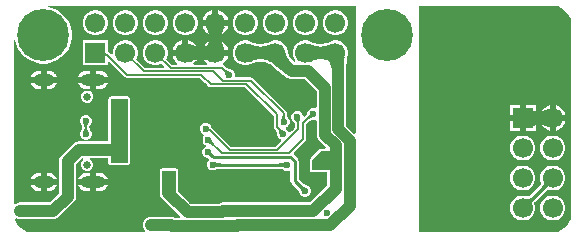
<source format=gbr>
%TF.GenerationSoftware,Altium Limited,Altium Designer,24.10.1 (45)*%
G04 Layer_Physical_Order=2*
G04 Layer_Color=16711680*
%FSLAX43Y43*%
%MOMM*%
%TF.SameCoordinates,E3F4C47D-CD2F-45B5-B10E-3CDC114D9125*%
%TF.FilePolarity,Positive*%
%TF.FileFunction,Copper,L2,Bot,Signal*%
%TF.Part,Single*%
G01*
G75*
%TA.AperFunction,Conductor*%
%ADD10C,0.144*%
%ADD37C,0.146*%
%ADD40C,0.300*%
%ADD42C,0.295*%
%ADD43C,0.500*%
%ADD45C,0.295*%
%ADD46C,1.000*%
%TA.AperFunction,ComponentPad*%
%ADD48C,0.650*%
%ADD49O,2.100X1.000*%
%ADD50O,1.800X1.000*%
G04:AMPARAMS|DCode=51|XSize=1.7mm|YSize=1.7mm|CornerRadius=0.85mm|HoleSize=0mm|Usage=FLASHONLY|Rotation=90.000|XOffset=0mm|YOffset=0mm|HoleType=Round|Shape=RoundedRectangle|*
%AMROUNDEDRECTD51*
21,1,1.700,0.000,0,0,90.0*
21,1,0.000,1.700,0,0,90.0*
1,1,1.700,0.000,0.000*
1,1,1.700,0.000,0.000*
1,1,1.700,0.000,0.000*
1,1,1.700,0.000,0.000*
%
%ADD51ROUNDEDRECTD51*%
%ADD52R,1.700X1.700*%
G04:AMPARAMS|DCode=53|XSize=1.7mm|YSize=1.7mm|CornerRadius=0.85mm|HoleSize=0mm|Usage=FLASHONLY|Rotation=0.000|XOffset=0mm|YOffset=0mm|HoleType=Round|Shape=RoundedRectangle|*
%AMROUNDEDRECTD53*
21,1,1.700,0.000,0,0,0.0*
21,1,0.000,1.700,0,0,0.0*
1,1,1.700,0.000,0.000*
1,1,1.700,0.000,0.000*
1,1,1.700,0.000,0.000*
1,1,1.700,0.000,0.000*
%
%ADD53ROUNDEDRECTD53*%
%ADD54R,1.700X1.700*%
%ADD55C,0.800*%
%ADD56C,4.400*%
%TA.AperFunction,ViaPad*%
%ADD57C,0.600*%
G36*
X27294Y15165D02*
X28406Y15274D01*
X28396Y15245D01*
X28386Y15197D01*
X28378Y15132D01*
X28365Y14947D01*
X28351Y14171D01*
X27351Y13796D01*
X27347Y13953D01*
X27334Y14104D01*
X27312Y14251D01*
X27281Y14391D01*
X27241Y14527D01*
X27193Y14658D01*
X27136Y14783D01*
X27070Y14903D01*
X27059Y14920D01*
X26947Y14960D01*
X26820Y14997D01*
X26548Y15054D01*
X26403Y15074D01*
X26350Y15078D01*
X26297Y15074D01*
X26152Y15054D01*
X25880Y14997D01*
X25753Y14960D01*
X25631Y14917D01*
X25516Y14868D01*
X25406Y14814D01*
Y16386D01*
X25516Y16332D01*
X25631Y16283D01*
X25753Y16240D01*
X25880Y16203D01*
X26152Y16146D01*
X26297Y16126D01*
X26350Y16122D01*
X26403Y16126D01*
X26548Y16146D01*
X26820Y16203D01*
X26947Y16240D01*
X27069Y16283D01*
X27184Y16332D01*
X27294Y16386D01*
Y15165D01*
D02*
G37*
G36*
X22214Y14814D02*
X22104Y14868D01*
X21989Y14917D01*
X21867Y14960D01*
X21740Y14997D01*
X21468Y15054D01*
X21323Y15074D01*
X21270Y15078D01*
X21217Y15074D01*
X21072Y15054D01*
X20800Y14997D01*
X20673Y14960D01*
X20551Y14917D01*
X20436Y14868D01*
X20326Y14814D01*
Y16386D01*
X20436Y16332D01*
X20551Y16283D01*
X20673Y16240D01*
X20800Y16203D01*
X21072Y16146D01*
X21217Y16126D01*
X21270Y16122D01*
X21323Y16126D01*
X21468Y16146D01*
X21740Y16203D01*
X21867Y16240D01*
X21989Y16283D01*
X22104Y16332D01*
X22214Y16386D01*
Y14814D01*
D02*
G37*
G36*
X8145Y15578D02*
X8149Y15567D01*
X8156Y15558D01*
X8166Y15550D01*
X8179Y15543D01*
X8194Y15537D01*
X8212Y15532D01*
X8233Y15529D01*
X8257Y15527D01*
X8283Y15527D01*
Y15381D01*
X8257Y15380D01*
X8233Y15378D01*
X8212Y15375D01*
X8194Y15371D01*
X8179Y15365D01*
X8166Y15358D01*
X8156Y15350D01*
X8149Y15340D01*
X8145Y15330D01*
X8144Y15317D01*
Y15590D01*
X8145Y15578D01*
D02*
G37*
G36*
X13064Y15103D02*
X13058Y15091D01*
X13056Y15077D01*
X13057Y15063D01*
X13061Y15047D01*
X13069Y15031D01*
X13080Y15013D01*
X13094Y14994D01*
X13111Y14973D01*
X13131Y14952D01*
X13028Y14849D01*
X13007Y14869D01*
X12986Y14886D01*
X12967Y14900D01*
X12949Y14911D01*
X12933Y14919D01*
X12917Y14923D01*
X12903Y14924D01*
X12889Y14922D01*
X12877Y14916D01*
X12867Y14908D01*
X13072Y15113D01*
X13064Y15103D01*
D02*
G37*
G36*
X10524D02*
X10518Y15091D01*
X10516Y15077D01*
X10517Y15063D01*
X10521Y15047D01*
X10529Y15031D01*
X10540Y15013D01*
X10554Y14994D01*
X10571Y14973D01*
X10591Y14952D01*
X10488Y14849D01*
X10467Y14869D01*
X10446Y14886D01*
X10427Y14900D01*
X10409Y14911D01*
X10393Y14919D01*
X10377Y14923D01*
X10363Y14924D01*
X10349Y14922D01*
X10337Y14916D01*
X10327Y14908D01*
X10532Y15113D01*
X10524Y15103D01*
D02*
G37*
G36*
X29327Y8804D02*
X29210Y8756D01*
X28557Y9408D01*
Y14289D01*
X28569Y14938D01*
X28581Y15112D01*
X28588Y15165D01*
X28591Y15182D01*
X28598Y15195D01*
X28670Y15462D01*
Y15738D01*
X28598Y16005D01*
X28460Y16245D01*
X28265Y16440D01*
X28025Y16578D01*
X27758Y16650D01*
X27482D01*
X27215Y16578D01*
X27166Y16550D01*
X27100Y16517D01*
X26995Y16474D01*
X26884Y16434D01*
X26770Y16401D01*
X26513Y16347D01*
X26382Y16329D01*
X26350Y16326D01*
X26318Y16329D01*
X26187Y16347D01*
X25930Y16401D01*
X25816Y16434D01*
X25705Y16473D01*
X25600Y16517D01*
X25534Y16550D01*
X25485Y16578D01*
X25218Y16650D01*
X24942D01*
X24675Y16578D01*
X24435Y16440D01*
X24240Y16245D01*
X24102Y16005D01*
X24030Y15738D01*
Y15462D01*
X24102Y15195D01*
X24225Y14981D01*
X24209Y14876D01*
X24181Y14835D01*
X24148Y14834D01*
X24102Y14871D01*
X23998Y14967D01*
X23907Y15064D01*
X23828Y15162D01*
X23759Y15261D01*
X23702Y15363D01*
X23656Y15465D01*
X23620Y15570D01*
X23594Y15676D01*
X23590Y15703D01*
Y15738D01*
X23579Y15781D01*
X23576Y15795D01*
X23571Y15810D01*
X23570Y15825D01*
X23564Y15837D01*
X23518Y16005D01*
X23380Y16245D01*
X23185Y16440D01*
X22945Y16578D01*
X22678Y16650D01*
X22402D01*
X22135Y16578D01*
X22086Y16550D01*
X22020Y16517D01*
X21915Y16474D01*
X21804Y16434D01*
X21690Y16401D01*
X21433Y16347D01*
X21302Y16329D01*
X21270Y16326D01*
X21238Y16329D01*
X21107Y16347D01*
X20850Y16401D01*
X20736Y16434D01*
X20625Y16473D01*
X20520Y16517D01*
X20454Y16550D01*
X20405Y16578D01*
X20138Y16650D01*
X19862D01*
X19595Y16578D01*
X19355Y16440D01*
X19160Y16245D01*
X19022Y16005D01*
X18950Y15738D01*
Y15462D01*
X19022Y15195D01*
X19160Y14955D01*
X19355Y14760D01*
X19595Y14622D01*
X19862Y14550D01*
X20138D01*
X20405Y14622D01*
X20454Y14650D01*
X20520Y14683D01*
X20625Y14726D01*
X20736Y14766D01*
X20850Y14799D01*
X21107Y14853D01*
X21238Y14871D01*
X21270Y14874D01*
X21302Y14871D01*
X21433Y14853D01*
X21690Y14799D01*
X21804Y14766D01*
X21915Y14726D01*
X22020Y14683D01*
X22086Y14650D01*
X22113Y14634D01*
X22336Y14460D01*
X22380Y14416D01*
X22417Y14388D01*
X22450Y14355D01*
X23561Y13504D01*
X23601Y13481D01*
X23637Y13453D01*
X23680Y13435D01*
X23720Y13412D01*
X23765Y13400D01*
X23807Y13382D01*
X23854Y13376D01*
X23899Y13364D01*
X23945Y13364D01*
X23990Y13358D01*
X25039D01*
X26043Y12354D01*
Y10987D01*
X25916Y10902D01*
X25851Y10929D01*
X25652D01*
X25469Y10853D01*
X25328Y10712D01*
X25252Y10529D01*
Y10507D01*
X25245Y10488D01*
X25233Y10463D01*
X25217Y10433D01*
X25197Y10400D01*
X25174Y10368D01*
X25068Y10243D01*
X25020Y10195D01*
X24903Y10243D01*
Y10270D01*
X24827Y10454D01*
X24686Y10595D01*
X24502Y10671D01*
X24303D01*
X24119Y10595D01*
X23979Y10454D01*
X23903Y10270D01*
Y10072D01*
X23979Y9888D01*
X24050Y9816D01*
X24061Y9801D01*
X24089Y9774D01*
X24107Y9751D01*
X24124Y9727D01*
X24139Y9699D01*
X24152Y9668D01*
X24164Y9633D01*
X24173Y9594D01*
X24180Y9551D01*
X24184Y9503D01*
X24184Y9498D01*
Y9266D01*
X23807Y8888D01*
X23657Y8918D01*
X23614Y9021D01*
X23473Y9161D01*
X23462Y9166D01*
Y9304D01*
X23524Y9330D01*
X23665Y9470D01*
X23741Y9654D01*
Y9853D01*
X23665Y10037D01*
X23635Y10067D01*
X23634Y10069D01*
X23609Y10102D01*
X23591Y10129D01*
X23575Y10160D01*
X23561Y10193D01*
X23548Y10229D01*
X23538Y10269D01*
X23530Y10310D01*
X23519Y10412D01*
Y10490D01*
X23498Y10597D01*
X23438Y10687D01*
X20686Y13438D01*
X20596Y13499D01*
X20490Y13520D01*
X19192D01*
X19121Y13625D01*
X19128Y13642D01*
Y13841D01*
X19052Y14025D01*
X18911Y14165D01*
X18728Y14241D01*
X18685D01*
X18682Y14242D01*
X18642Y14248D01*
X18610Y14255D01*
X18577Y14265D01*
X18544Y14278D01*
X18509Y14295D01*
X18473Y14316D01*
X18439Y14339D01*
X18359Y14404D01*
X18255Y14508D01*
X18165Y14568D01*
X18143Y14573D01*
X18121Y14707D01*
X18138Y14717D01*
X18343Y14922D01*
X18489Y15174D01*
X18536Y15350D01*
X17460D01*
X17134D01*
Y14814D01*
X17024Y14868D01*
X16909Y14917D01*
X16787Y14960D01*
X16660Y14997D01*
X16516Y15027D01*
X16577Y14922D01*
X16782Y14717D01*
X16790Y14712D01*
X16757Y14590D01*
X15623D01*
X15590Y14712D01*
X15598Y14717D01*
X15803Y14922D01*
X15864Y15027D01*
X15720Y14997D01*
X15593Y14960D01*
X15471Y14917D01*
X15356Y14868D01*
X15246Y14814D01*
Y15350D01*
X14920D01*
X13844D01*
X13891Y15174D01*
X14037Y14922D01*
X14242Y14717D01*
X14250Y14712D01*
X14217Y14590D01*
X13784D01*
X13293Y15081D01*
X13358Y15195D01*
X13430Y15462D01*
Y15738D01*
X13358Y16005D01*
X13220Y16245D01*
X13025Y16440D01*
X12785Y16578D01*
X12518Y16650D01*
X12242D01*
X11975Y16578D01*
X11735Y16440D01*
X11540Y16245D01*
X11402Y16005D01*
X11330Y15738D01*
Y15462D01*
X11402Y15195D01*
X11540Y14955D01*
X11735Y14760D01*
X11975Y14622D01*
X12242Y14550D01*
X12518D01*
X12785Y14622D01*
X12899Y14687D01*
X13127Y14459D01*
X13079Y14342D01*
X11492D01*
X10753Y15081D01*
X10818Y15195D01*
X10890Y15462D01*
Y15738D01*
X10818Y16005D01*
X10680Y16245D01*
X10485Y16440D01*
X10245Y16578D01*
X9978Y16650D01*
X9702D01*
X9435Y16578D01*
X9195Y16440D01*
X9000Y16245D01*
X8862Y16005D01*
X8790Y15738D01*
Y15520D01*
X8663Y15468D01*
X8480Y15651D01*
X8390Y15711D01*
X8350Y15719D01*
Y16650D01*
X6250D01*
Y14550D01*
X8350D01*
Y14828D01*
X8467Y14876D01*
X9774Y13570D01*
X9864Y13510D01*
X9970Y13489D01*
X16162D01*
X16853Y12797D01*
X16944Y12737D01*
X17050Y12716D01*
X19962D01*
X22397Y10280D01*
Y9319D01*
X22419Y9213D01*
X22479Y9122D01*
X22552Y9050D01*
X22555Y9046D01*
X22586Y9009D01*
X22612Y8973D01*
X22633Y8939D01*
X22651Y8905D01*
X22664Y8872D01*
X22674Y8840D01*
X22681Y8809D01*
X22685Y8778D01*
X22686Y8737D01*
X22690Y8720D01*
Y8638D01*
X22766Y8454D01*
X22907Y8314D01*
X23010Y8271D01*
X23040Y8121D01*
X22591Y7672D01*
X18791D01*
X17183Y9279D01*
X17113Y9326D01*
X17061Y9453D01*
X16920Y9593D01*
X16736Y9669D01*
X16538D01*
X16354Y9593D01*
X16213Y9453D01*
X16137Y9269D01*
Y9070D01*
X16213Y8886D01*
X16354Y8746D01*
X16443Y8708D01*
X16473Y8559D01*
X16452Y8537D01*
X16375Y8353D01*
Y8154D01*
X16452Y7970D01*
X16592Y7830D01*
X16642Y7809D01*
Y7672D01*
X16572Y7643D01*
X16432Y7502D01*
X16356Y7318D01*
Y7119D01*
X16432Y6936D01*
X16572Y6795D01*
X16756Y6719D01*
X16788D01*
X16885Y6624D01*
X16885Y6492D01*
X16823Y6430D01*
X16747Y6246D01*
Y6047D01*
X16823Y5864D01*
X16963Y5723D01*
X17147Y5647D01*
X17346D01*
X17530Y5723D01*
X17555Y5748D01*
X17558Y5749D01*
X17573Y5754D01*
X17598Y5760D01*
X17627Y5766D01*
X17822Y5780D01*
X22916D01*
X22938Y5779D01*
X23045Y5769D01*
X23085Y5763D01*
X23118Y5756D01*
X23144Y5748D01*
X23160Y5742D01*
X23167Y5738D01*
X23179Y5729D01*
X23181Y5729D01*
X23212Y5698D01*
X23396Y5621D01*
X23594D01*
X23690Y5661D01*
X23817Y5576D01*
Y4785D01*
X23844Y4649D01*
X23921Y4534D01*
X24415Y4040D01*
X24461Y3990D01*
X24523Y3915D01*
X24542Y3888D01*
X24556Y3866D01*
X24562Y3854D01*
Y3825D01*
X24639Y3641D01*
X24779Y3500D01*
X24963Y3424D01*
X25162D01*
X25346Y3500D01*
X25486Y3641D01*
X25562Y3825D01*
Y4024D01*
X25486Y4208D01*
X25346Y4348D01*
X25162Y4424D01*
X25113D01*
X25109Y4426D01*
X25092Y4428D01*
X25084Y4431D01*
X25067Y4438D01*
X25044Y4450D01*
X25014Y4468D01*
X24984Y4490D01*
X24872Y4586D01*
X24525Y4932D01*
Y6410D01*
X24498Y6546D01*
X24422Y6661D01*
X24093Y6990D01*
X24089Y7135D01*
X25068Y8114D01*
X25128Y8204D01*
X25150Y8311D01*
Y9537D01*
X25420Y9808D01*
X25425Y9812D01*
X25462Y9843D01*
X25497Y9868D01*
X25530Y9888D01*
X25562Y9904D01*
X25591Y9915D01*
X25619Y9923D01*
X25646Y9928D01*
X25672Y9929D01*
X25710Y9927D01*
X25723Y9929D01*
X25851D01*
X25916Y9956D01*
X26043Y9871D01*
Y8659D01*
X26067Y8476D01*
X26138Y8306D01*
X26250Y8160D01*
X26799Y7611D01*
X26750Y7494D01*
X26386D01*
X26386Y7494D01*
X26308Y7478D01*
X26242Y7434D01*
X25518Y6710D01*
X25474Y6644D01*
X25458Y6566D01*
Y5694D01*
X25474Y5616D01*
X25518Y5550D01*
X25584Y5506D01*
X25662Y5490D01*
X26929D01*
Y4407D01*
X25463Y2941D01*
X18124D01*
X17941Y2917D01*
X17771Y2847D01*
X17737Y2821D01*
X15889D01*
X15889Y2821D01*
X15414D01*
X14326Y3909D01*
Y5612D01*
X14311Y5690D01*
X14267Y5756D01*
X14200Y5801D01*
X14122Y5816D01*
X12949D01*
X12871Y5801D01*
X12805Y5756D01*
X12760Y5690D01*
X12745Y5612D01*
Y3607D01*
X12760Y3529D01*
X12805Y3463D01*
X12864Y3423D01*
X12875Y3397D01*
X12987Y3251D01*
X14473Y1765D01*
X14425Y1647D01*
X14007D01*
X13903Y1690D01*
X13721Y1714D01*
X12012D01*
X11829Y1690D01*
X11658Y1620D01*
X11512Y1507D01*
X11400Y1361D01*
X11330Y1191D01*
X11305Y1008D01*
X11330Y825D01*
X11400Y655D01*
X11493Y535D01*
X11453Y408D01*
X1842D01*
X1535Y469D01*
X1245Y589D01*
X984Y763D01*
X762Y985D01*
X588Y1246D01*
X468Y1535D01*
X465Y1551D01*
X582Y1613D01*
X730Y1552D01*
X913Y1527D01*
X3742D01*
X3925Y1552D01*
X4095Y1622D01*
X4242Y1734D01*
X5443Y2936D01*
X5555Y3082D01*
X5626Y3252D01*
X5650Y3435D01*
Y6134D01*
X6200Y6685D01*
X6266Y6676D01*
X6290Y6600D01*
X6294Y6544D01*
X6157Y6407D01*
X6077Y6214D01*
Y6006D01*
X6157Y5813D01*
X6305Y5665D01*
X6498Y5585D01*
X6707D01*
X6900Y5665D01*
X7048Y5813D01*
X7128Y6006D01*
Y6214D01*
X7048Y6407D01*
X6900Y6555D01*
X6857Y6573D01*
X6882Y6700D01*
X8407D01*
Y6302D01*
X8422Y6224D01*
X8466Y6158D01*
X8533Y6114D01*
X8611Y6098D01*
X10033D01*
X10111Y6114D01*
X10177Y6158D01*
X10221Y6224D01*
X10237Y6302D01*
Y11712D01*
X10221Y11790D01*
X10177Y11856D01*
X10111Y11901D01*
X10033Y11916D01*
X8611D01*
X8533Y11901D01*
X8466Y11856D01*
X8422Y11790D01*
X8407Y11712D01*
Y10327D01*
Y8112D01*
X5923D01*
X5740Y8088D01*
X5570Y8017D01*
X5424Y7905D01*
X4444Y6926D01*
X4332Y6780D01*
X4262Y6609D01*
X4238Y6427D01*
Y3727D01*
X3450Y2940D01*
X913D01*
X730Y2915D01*
X560Y2845D01*
X534Y2825D01*
X407Y2888D01*
Y16681D01*
X534Y16694D01*
X592Y16400D01*
X773Y15963D01*
X1036Y15570D01*
X1370Y15236D01*
X1763Y14973D01*
X2200Y14792D01*
X2664Y14700D01*
X3136D01*
X3600Y14792D01*
X4037Y14973D01*
X4430Y15236D01*
X4764Y15570D01*
X5027Y15963D01*
X5208Y16400D01*
X5300Y16864D01*
Y17336D01*
X5208Y17800D01*
X5027Y18237D01*
X4764Y18630D01*
X4430Y18964D01*
X4037Y19227D01*
X3600Y19408D01*
X3313Y19465D01*
X3325Y19592D01*
X29327D01*
Y8804D01*
D02*
G37*
G36*
X23393Y15638D02*
X23424Y15512D01*
X23466Y15390D01*
X23520Y15270D01*
X23586Y15154D01*
X23664Y15040D01*
X23753Y14929D01*
X23855Y14822D01*
X23968Y14717D01*
X24093Y14615D01*
X23441Y13855D01*
X22214Y14814D01*
X23375Y15766D01*
X23393Y15638D01*
D02*
G37*
G36*
X18224Y14251D02*
X18318Y14175D01*
X18365Y14143D01*
X18413Y14115D01*
X18461Y14092D01*
X18509Y14073D01*
X18558Y14058D01*
X18606Y14047D01*
X18655Y14040D01*
X18329Y13714D01*
X18323Y13763D01*
X18312Y13812D01*
X18297Y13860D01*
X18278Y13908D01*
X18254Y13956D01*
X18227Y14004D01*
X18195Y14052D01*
X18159Y14099D01*
X18118Y14146D01*
X18074Y14193D01*
X18177Y14296D01*
X18224Y14251D01*
D02*
G37*
G36*
X25720Y10131D02*
X25672Y10133D01*
X25624Y10131D01*
X25576Y10123D01*
X25528Y10109D01*
X25480Y10091D01*
X25432Y10067D01*
X25384Y10038D01*
X25337Y10004D01*
X25290Y9965D01*
X25242Y9920D01*
X25166Y10050D01*
X25215Y10101D01*
X25335Y10243D01*
X25367Y10287D01*
X25394Y10330D01*
X25416Y10372D01*
X25434Y10412D01*
X25448Y10450D01*
X25457Y10487D01*
X25720Y10131D01*
D02*
G37*
G36*
X23315Y10400D02*
X23328Y10279D01*
X23339Y10223D01*
X23353Y10170D01*
X23371Y10119D01*
X23391Y10072D01*
X23415Y10027D01*
X23441Y9985D01*
X23471Y9946D01*
X23011D01*
X23041Y9985D01*
X23067Y10027D01*
X23091Y10072D01*
X23111Y10119D01*
X23129Y10170D01*
X23143Y10223D01*
X23154Y10279D01*
X23162Y10338D01*
X23167Y10400D01*
X23168Y10465D01*
X23314D01*
X23315Y10400D01*
D02*
G37*
G36*
X24627Y9965D02*
X24608Y9927D01*
X24591Y9885D01*
X24576Y9839D01*
X24564Y9789D01*
X24554Y9735D01*
X24540Y9616D01*
X24537Y9551D01*
X24535Y9482D01*
X24390Y9451D01*
X24388Y9516D01*
X24382Y9577D01*
X24373Y9634D01*
X24360Y9689D01*
X24343Y9740D01*
X24323Y9788D01*
X24298Y9833D01*
X24271Y9874D01*
X24239Y9912D01*
X24203Y9947D01*
X24649Y9999D01*
X24627Y9965D01*
D02*
G37*
G36*
X22833Y9267D02*
X22929Y9185D01*
X22975Y9150D01*
X23021Y9120D01*
X23066Y9094D01*
X23110Y9073D01*
X23153Y9056D01*
X23196Y9043D01*
X23237Y9034D01*
X22890Y8743D01*
X22889Y8793D01*
X22883Y8843D01*
X22872Y8893D01*
X22856Y8942D01*
X22836Y8991D01*
X22811Y9040D01*
X22781Y9087D01*
X22747Y9135D01*
X22708Y9182D01*
X22664Y9228D01*
X22784Y9314D01*
X22833Y9267D01*
D02*
G37*
G36*
X17181Y8232D02*
X17192Y8183D01*
X17207Y8135D01*
X17226Y8087D01*
X17249Y8039D01*
X17277Y7991D01*
X17309Y7943D01*
X17345Y7896D01*
X17385Y7849D01*
X17430Y7802D01*
X17327Y7699D01*
X17280Y7744D01*
X17186Y7820D01*
X17138Y7852D01*
X17090Y7880D01*
X17042Y7903D01*
X16994Y7923D01*
X16946Y7938D01*
X16897Y7948D01*
X16848Y7955D01*
X17174Y8281D01*
X17181Y8232D01*
D02*
G37*
G36*
X17156Y7179D02*
X17163Y7161D01*
X17175Y7139D01*
X17193Y7113D01*
X17216Y7083D01*
X17278Y7011D01*
X17411Y6872D01*
X17202Y6663D01*
X17152Y6713D01*
X16961Y6881D01*
X16935Y6899D01*
X16913Y6911D01*
X16895Y6918D01*
X16881Y6920D01*
X17155Y7193D01*
X17156Y7179D01*
D02*
G37*
G36*
X10033Y6302D02*
X8611D01*
Y10327D01*
Y11712D01*
X10033D01*
Y6302D01*
D02*
G37*
G36*
X17467Y6356D02*
X17497Y6341D01*
X17532Y6327D01*
X17573Y6315D01*
X17619Y6305D01*
X17671Y6296D01*
X17792Y6285D01*
X17935Y6282D01*
X17920Y5987D01*
X17844Y5986D01*
X17602Y5968D01*
X17556Y5960D01*
X17517Y5951D01*
X17483Y5939D01*
X17456Y5927D01*
X17435Y5913D01*
X17443Y6374D01*
X17467Y6356D01*
D02*
G37*
G36*
X23299Y5894D02*
X23275Y5912D01*
X23245Y5928D01*
X23210Y5941D01*
X23169Y5953D01*
X23123Y5964D01*
X23071Y5972D01*
X22950Y5983D01*
X22807Y5987D01*
X22821Y6282D01*
X22897Y6282D01*
X23140Y6300D01*
X23185Y6308D01*
X23225Y6318D01*
X23258Y6329D01*
X23286Y6341D01*
X23307Y6355D01*
X23299Y5894D01*
D02*
G37*
G36*
X28123Y5694D02*
X25662D01*
Y6566D01*
X26386Y7290D01*
X28123D01*
Y5694D01*
D02*
G37*
G36*
X24715Y4451D02*
X24858Y4329D01*
X24901Y4298D01*
X24942Y4273D01*
X24980Y4253D01*
X25016Y4238D01*
X25050Y4228D01*
X25081Y4224D01*
X24765Y3888D01*
X24759Y3911D01*
X24749Y3938D01*
X24733Y3968D01*
X24711Y4002D01*
X24685Y4039D01*
X24615Y4124D01*
X24524Y4222D01*
X24471Y4277D01*
X24662Y4503D01*
X24715Y4451D01*
D02*
G37*
G36*
X14122Y3607D02*
X12949D01*
Y5612D01*
X14122D01*
Y3607D01*
D02*
G37*
G36*
X46463Y19531D02*
X46753Y19411D01*
X47014Y19236D01*
X47236Y19015D01*
X47410Y18754D01*
X47530Y18464D01*
X47591Y18157D01*
Y18000D01*
Y2000D01*
Y1843D01*
X47530Y1535D01*
X47410Y1246D01*
X47236Y985D01*
X47014Y763D01*
X46753Y589D01*
X46463Y469D01*
X46156Y408D01*
X34682D01*
X34682Y10762D01*
Y19592D01*
X46156D01*
X46463Y19531D01*
D02*
G37*
%LPC*%
G36*
X17710Y19216D02*
Y18390D01*
X18536D01*
X18489Y18566D01*
X18343Y18818D01*
X18138Y19023D01*
X17886Y19169D01*
X17710Y19216D01*
D02*
G37*
G36*
X17210D02*
X17034Y19169D01*
X16782Y19023D01*
X16577Y18818D01*
X16431Y18566D01*
X16384Y18390D01*
X17210D01*
Y19216D01*
D02*
G37*
G36*
X18536Y17890D02*
X17710D01*
Y17814D01*
X18246D01*
X18192Y17704D01*
X18143Y17589D01*
X18100Y17467D01*
X18063Y17340D01*
X18033Y17196D01*
X18138Y17257D01*
X18343Y17462D01*
X18489Y17714D01*
X18536Y17890D01*
D02*
G37*
G36*
X17210D02*
X16384D01*
X16431Y17714D01*
X16577Y17462D01*
X16782Y17257D01*
X16887Y17196D01*
X16857Y17340D01*
X16820Y17467D01*
X16777Y17589D01*
X16728Y17704D01*
X16674Y17814D01*
X17210D01*
Y17890D01*
D02*
G37*
G36*
X27758Y19190D02*
X27482D01*
X27215Y19118D01*
X26975Y18980D01*
X26780Y18785D01*
X26642Y18545D01*
X26570Y18278D01*
Y18002D01*
X26642Y17735D01*
X26780Y17495D01*
X26975Y17300D01*
X27215Y17162D01*
X27482Y17090D01*
X27758D01*
X28025Y17162D01*
X28265Y17300D01*
X28460Y17495D01*
X28598Y17735D01*
X28670Y18002D01*
Y18278D01*
X28598Y18545D01*
X28460Y18785D01*
X28265Y18980D01*
X28025Y19118D01*
X27758Y19190D01*
D02*
G37*
G36*
X25218D02*
X24942D01*
X24675Y19118D01*
X24435Y18980D01*
X24240Y18785D01*
X24102Y18545D01*
X24030Y18278D01*
Y18002D01*
X24102Y17735D01*
X24240Y17495D01*
X24435Y17300D01*
X24675Y17162D01*
X24942Y17090D01*
X25218D01*
X25485Y17162D01*
X25725Y17300D01*
X25920Y17495D01*
X26058Y17735D01*
X26130Y18002D01*
Y18278D01*
X26058Y18545D01*
X25920Y18785D01*
X25725Y18980D01*
X25485Y19118D01*
X25218Y19190D01*
D02*
G37*
G36*
X22678D02*
X22402D01*
X22135Y19118D01*
X21895Y18980D01*
X21700Y18785D01*
X21562Y18545D01*
X21490Y18278D01*
Y18002D01*
X21562Y17735D01*
X21700Y17495D01*
X21895Y17300D01*
X22135Y17162D01*
X22402Y17090D01*
X22678D01*
X22945Y17162D01*
X23185Y17300D01*
X23380Y17495D01*
X23518Y17735D01*
X23590Y18002D01*
Y18278D01*
X23518Y18545D01*
X23380Y18785D01*
X23185Y18980D01*
X22945Y19118D01*
X22678Y19190D01*
D02*
G37*
G36*
X20138D02*
X19862D01*
X19595Y19118D01*
X19355Y18980D01*
X19160Y18785D01*
X19022Y18545D01*
X18950Y18278D01*
Y18002D01*
X19022Y17735D01*
X19160Y17495D01*
X19355Y17300D01*
X19595Y17162D01*
X19862Y17090D01*
X20138D01*
X20405Y17162D01*
X20645Y17300D01*
X20840Y17495D01*
X20978Y17735D01*
X21050Y18002D01*
Y18278D01*
X20978Y18545D01*
X20840Y18785D01*
X20645Y18980D01*
X20405Y19118D01*
X20138Y19190D01*
D02*
G37*
G36*
X15058D02*
X14782D01*
X14515Y19118D01*
X14275Y18980D01*
X14080Y18785D01*
X13942Y18545D01*
X13870Y18278D01*
Y18002D01*
X13942Y17735D01*
X14080Y17495D01*
X14275Y17300D01*
X14515Y17162D01*
X14782Y17090D01*
X15058D01*
X15325Y17162D01*
X15565Y17300D01*
X15760Y17495D01*
X15898Y17735D01*
X15970Y18002D01*
Y18278D01*
X15898Y18545D01*
X15760Y18785D01*
X15565Y18980D01*
X15325Y19118D01*
X15058Y19190D01*
D02*
G37*
G36*
X12518D02*
X12242D01*
X11975Y19118D01*
X11735Y18980D01*
X11540Y18785D01*
X11402Y18545D01*
X11330Y18278D01*
Y18002D01*
X11402Y17735D01*
X11540Y17495D01*
X11735Y17300D01*
X11975Y17162D01*
X12242Y17090D01*
X12518D01*
X12785Y17162D01*
X13025Y17300D01*
X13220Y17495D01*
X13358Y17735D01*
X13430Y18002D01*
Y18278D01*
X13358Y18545D01*
X13220Y18785D01*
X13025Y18980D01*
X12785Y19118D01*
X12518Y19190D01*
D02*
G37*
G36*
X9978D02*
X9702D01*
X9435Y19118D01*
X9195Y18980D01*
X9000Y18785D01*
X8862Y18545D01*
X8790Y18278D01*
Y18002D01*
X8862Y17735D01*
X9000Y17495D01*
X9195Y17300D01*
X9435Y17162D01*
X9702Y17090D01*
X9978D01*
X10245Y17162D01*
X10485Y17300D01*
X10680Y17495D01*
X10818Y17735D01*
X10890Y18002D01*
Y18278D01*
X10818Y18545D01*
X10680Y18785D01*
X10485Y18980D01*
X10245Y19118D01*
X9978Y19190D01*
D02*
G37*
G36*
X7438D02*
X7162D01*
X6895Y19118D01*
X6655Y18980D01*
X6460Y18785D01*
X6322Y18545D01*
X6250Y18278D01*
Y18002D01*
X6322Y17735D01*
X6460Y17495D01*
X6655Y17300D01*
X6895Y17162D01*
X7162Y17090D01*
X7438D01*
X7705Y17162D01*
X7945Y17300D01*
X8140Y17495D01*
X8278Y17735D01*
X8350Y18002D01*
Y18278D01*
X8278Y18545D01*
X8140Y18785D01*
X7945Y18980D01*
X7705Y19118D01*
X7438Y19190D01*
D02*
G37*
G36*
X16887Y16544D02*
X16782Y16483D01*
X16577Y16278D01*
X16516Y16173D01*
X16660Y16203D01*
X16787Y16240D01*
X16811Y16249D01*
X16820Y16273D01*
X16857Y16400D01*
X16887Y16544D01*
D02*
G37*
G36*
X15170Y16676D02*
Y15850D01*
X15246D01*
Y16386D01*
X15356Y16332D01*
X15471Y16283D01*
X15593Y16240D01*
X15720Y16203D01*
X15864Y16173D01*
X15803Y16278D01*
X15598Y16483D01*
X15346Y16629D01*
X15170Y16676D01*
D02*
G37*
G36*
X18033Y16544D02*
X18063Y16400D01*
X18100Y16273D01*
X18143Y16151D01*
X18192Y16036D01*
X18246Y15926D01*
X17710D01*
Y15850D01*
X18536D01*
X18489Y16026D01*
X18343Y16278D01*
X18138Y16483D01*
X18033Y16544D01*
D02*
G37*
G36*
X17210Y15926D02*
X17134D01*
Y15850D01*
X17210D01*
Y15926D01*
D02*
G37*
G36*
X14670Y16676D02*
X14494Y16629D01*
X14242Y16483D01*
X14037Y16278D01*
X13891Y16026D01*
X13844Y15850D01*
X14670D01*
Y16676D01*
D02*
G37*
G36*
X7653Y14080D02*
X7352D01*
Y13570D01*
X8365D01*
X8311Y13700D01*
X8190Y13858D01*
X8033Y13979D01*
X7849Y14055D01*
X7653Y14080D01*
D02*
G37*
G36*
X3322D02*
X3172D01*
Y13570D01*
X4035D01*
X3981Y13700D01*
X3860Y13858D01*
X3703Y13979D01*
X3519Y14055D01*
X3322Y14080D01*
D02*
G37*
G36*
X2672D02*
X2523D01*
X2326Y14055D01*
X2142Y13979D01*
X1985Y13858D01*
X1864Y13700D01*
X1810Y13570D01*
X2672D01*
Y14080D01*
D02*
G37*
G36*
X6852D02*
X6552D01*
X6356Y14055D01*
X6172Y13979D01*
X6015Y13858D01*
X5894Y13700D01*
X5840Y13570D01*
X6852D01*
Y14080D01*
D02*
G37*
G36*
X8365Y13070D02*
X7352D01*
Y12559D01*
X7653D01*
X7849Y12585D01*
X8033Y12661D01*
X8190Y12782D01*
X8311Y12940D01*
X8365Y13070D01*
D02*
G37*
G36*
X6852D02*
X5840D01*
X5894Y12940D01*
X6015Y12782D01*
X6172Y12661D01*
X6356Y12585D01*
X6552Y12559D01*
X6852D01*
Y13070D01*
D02*
G37*
G36*
X4035D02*
X3172D01*
Y12559D01*
X3322D01*
X3519Y12585D01*
X3703Y12661D01*
X3860Y12782D01*
X3981Y12940D01*
X4035Y13070D01*
D02*
G37*
G36*
X2672D02*
X1810D01*
X1864Y12940D01*
X1985Y12782D01*
X2142Y12661D01*
X2326Y12585D01*
X2523Y12559D01*
X2672D01*
Y13070D01*
D02*
G37*
G36*
X6707Y12415D02*
X6498D01*
X6305Y12335D01*
X6157Y12187D01*
X6077Y11994D01*
Y11786D01*
X6157Y11593D01*
X6305Y11445D01*
X6498Y11365D01*
X6707D01*
X6900Y11445D01*
X7048Y11593D01*
X7128Y11786D01*
Y11994D01*
X7048Y12187D01*
X6900Y12335D01*
X6707Y12415D01*
D02*
G37*
G36*
X6582Y10330D02*
X6383D01*
X6200Y10254D01*
X6059Y10113D01*
X5983Y9929D01*
Y9730D01*
X6059Y9547D01*
X6089Y9516D01*
X6090Y9514D01*
X6115Y9481D01*
X6133Y9454D01*
X6149Y9423D01*
X6163Y9390D01*
X6176Y9354D01*
X6187Y9314D01*
X6193Y9280D01*
X6188Y9250D01*
X6178Y9209D01*
X6166Y9173D01*
X6153Y9139D01*
X6138Y9110D01*
X6122Y9083D01*
X6102Y9055D01*
X6076Y9029D01*
X6000Y8846D01*
Y8647D01*
X6076Y8463D01*
X6217Y8322D01*
X6401Y8246D01*
X6600D01*
X6783Y8322D01*
X6924Y8463D01*
X7000Y8647D01*
Y8846D01*
X6924Y9029D01*
X6888Y9066D01*
X6885Y9072D01*
X6858Y9106D01*
X6838Y9135D01*
X6820Y9166D01*
X6805Y9199D01*
X6791Y9235D01*
X6780Y9274D01*
X6775Y9296D01*
X6779Y9314D01*
X6790Y9354D01*
X6802Y9390D01*
X6817Y9423D01*
X6833Y9454D01*
X6850Y9481D01*
X6875Y9514D01*
X6876Y9516D01*
X6907Y9547D01*
X6983Y9730D01*
Y9929D01*
X6907Y10113D01*
X6766Y10254D01*
X6582Y10330D01*
D02*
G37*
G36*
X7653Y5440D02*
X7352D01*
Y4930D01*
X8365D01*
X8311Y5060D01*
X8190Y5218D01*
X8033Y5339D01*
X7849Y5415D01*
X7653Y5440D01*
D02*
G37*
G36*
X3322D02*
X3172D01*
Y4930D01*
X4035D01*
X3981Y5060D01*
X3860Y5218D01*
X3703Y5339D01*
X3519Y5415D01*
X3322Y5440D01*
D02*
G37*
G36*
X2672D02*
X2523D01*
X2326Y5415D01*
X2142Y5339D01*
X1985Y5218D01*
X1864Y5060D01*
X1810Y4930D01*
X2672D01*
Y5440D01*
D02*
G37*
G36*
X6852D02*
X6552D01*
X6356Y5415D01*
X6172Y5339D01*
X6015Y5218D01*
X5894Y5060D01*
X5840Y4930D01*
X6852D01*
Y5440D01*
D02*
G37*
G36*
X8365Y4430D02*
X7352D01*
Y3919D01*
X7653D01*
X7849Y3945D01*
X8033Y4021D01*
X8190Y4142D01*
X8311Y4300D01*
X8365Y4430D01*
D02*
G37*
G36*
X6852D02*
X5840D01*
X5894Y4300D01*
X6015Y4142D01*
X6172Y4021D01*
X6356Y3945D01*
X6552Y3919D01*
X6852D01*
Y4430D01*
D02*
G37*
G36*
X4035D02*
X3172D01*
Y3919D01*
X3322D01*
X3519Y3945D01*
X3703Y4021D01*
X3860Y4142D01*
X3981Y4300D01*
X4035Y4430D01*
D02*
G37*
G36*
X2672D02*
X1810D01*
X1864Y4300D01*
X1985Y4142D01*
X2142Y4021D01*
X2326Y3945D01*
X2523Y3919D01*
X2672D01*
Y4430D01*
D02*
G37*
%LPD*%
G36*
X6683Y9598D02*
X6656Y9556D01*
X6633Y9511D01*
X6612Y9464D01*
X6595Y9413D01*
X6580Y9360D01*
X6569Y9304D01*
X6568Y9295D01*
X6570Y9279D01*
X6582Y9224D01*
X6598Y9171D01*
X6617Y9120D01*
X6639Y9072D01*
X6664Y9027D01*
X6693Y8984D01*
X6726Y8944D01*
X6265Y8933D01*
X6293Y8971D01*
X6318Y9012D01*
X6339Y9056D01*
X6358Y9104D01*
X6374Y9154D01*
X6387Y9208D01*
X6397Y9264D01*
X6399Y9278D01*
X6396Y9304D01*
X6385Y9360D01*
X6371Y9413D01*
X6354Y9464D01*
X6333Y9511D01*
X6309Y9556D01*
X6282Y9598D01*
X6252Y9638D01*
X6713D01*
X6683Y9598D01*
D02*
G37*
%LPC*%
G36*
X44589Y11188D02*
X43735D01*
Y10334D01*
X44332D01*
Y10931D01*
X44342Y10865D01*
X44372Y10806D01*
X44422Y10754D01*
X44492Y10709D01*
X44582Y10671D01*
X44589Y10669D01*
Y11188D01*
D02*
G37*
G36*
X46275Y11160D02*
Y10334D01*
X47101D01*
X47054Y10510D01*
X46908Y10762D01*
X46703Y10967D01*
X46451Y11113D01*
X46275Y11160D01*
D02*
G37*
G36*
X45775D02*
X45599Y11113D01*
X45347Y10967D01*
X45141Y10762D01*
X45081Y10657D01*
X45224Y10687D01*
X45352Y10724D01*
X45473Y10767D01*
X45589Y10816D01*
X45699Y10870D01*
Y10334D01*
X45775D01*
Y11160D01*
D02*
G37*
G36*
X43235Y11188D02*
X42381D01*
Y10334D01*
X43235D01*
Y11188D01*
D02*
G37*
G36*
X45775Y9834D02*
X45699D01*
Y9298D01*
X45589Y9352D01*
X45473Y9401D01*
X45352Y9444D01*
X45224Y9481D01*
X45081Y9511D01*
X45141Y9406D01*
X45347Y9200D01*
X45599Y9055D01*
X45775Y9008D01*
Y9834D01*
D02*
G37*
G36*
X47101D02*
X46275D01*
Y9008D01*
X46451Y9055D01*
X46703Y9200D01*
X46908Y9406D01*
X47054Y9658D01*
X47101Y9834D01*
D02*
G37*
G36*
X44332D02*
X43735D01*
Y8980D01*
X44589D01*
Y9499D01*
X44582Y9497D01*
X44492Y9459D01*
X44422Y9414D01*
X44372Y9362D01*
X44342Y9303D01*
X44332Y9237D01*
Y9834D01*
D02*
G37*
G36*
X43235D02*
X42381D01*
Y8980D01*
X43235D01*
Y9834D01*
D02*
G37*
G36*
X46163Y8594D02*
X45887D01*
X45620Y8522D01*
X45380Y8384D01*
X45185Y8189D01*
X45046Y7949D01*
X44975Y7682D01*
Y7406D01*
X45046Y7139D01*
X45185Y6899D01*
X45380Y6704D01*
X45620Y6565D01*
X45887Y6494D01*
X46163D01*
X46430Y6565D01*
X46670Y6704D01*
X46865Y6899D01*
X47003Y7139D01*
X47075Y7406D01*
Y7682D01*
X47003Y7949D01*
X46865Y8189D01*
X46670Y8384D01*
X46430Y8522D01*
X46163Y8594D01*
D02*
G37*
G36*
X43623D02*
X43347D01*
X43080Y8522D01*
X42840Y8384D01*
X42645Y8189D01*
X42506Y7949D01*
X42435Y7682D01*
Y7406D01*
X42506Y7139D01*
X42645Y6899D01*
X42840Y6704D01*
X43080Y6565D01*
X43347Y6494D01*
X43623D01*
X43890Y6565D01*
X44130Y6704D01*
X44325Y6899D01*
X44463Y7139D01*
X44535Y7406D01*
Y7682D01*
X44463Y7949D01*
X44325Y8189D01*
X44130Y8384D01*
X43890Y8522D01*
X43623Y8594D01*
D02*
G37*
G36*
X46163Y6054D02*
X45887D01*
X45620Y5982D01*
X45380Y5844D01*
X45185Y5649D01*
X45046Y5409D01*
X44975Y5142D01*
Y4866D01*
X45046Y4599D01*
X45068Y4561D01*
X45065Y4555D01*
X45043Y4526D01*
X45027Y4507D01*
X43981Y3461D01*
X43963Y3446D01*
X43934Y3424D01*
X43928Y3420D01*
X43890Y3442D01*
X43623Y3514D01*
X43347D01*
X43080Y3442D01*
X42840Y3304D01*
X42645Y3109D01*
X42506Y2869D01*
X42435Y2602D01*
Y2326D01*
X42506Y2059D01*
X42645Y1819D01*
X42840Y1624D01*
X43080Y1485D01*
X43347Y1414D01*
X43623D01*
X43890Y1485D01*
X44130Y1624D01*
X44325Y1819D01*
X44463Y2059D01*
X44535Y2326D01*
Y2602D01*
X44463Y2869D01*
X44441Y2907D01*
X44445Y2913D01*
X44467Y2942D01*
X44482Y2960D01*
X45528Y4006D01*
X45547Y4022D01*
X45576Y4044D01*
X45582Y4047D01*
X45620Y4025D01*
X45887Y3954D01*
X46163D01*
X46430Y4025D01*
X46670Y4164D01*
X46865Y4359D01*
X47003Y4599D01*
X47075Y4866D01*
Y5142D01*
X47003Y5409D01*
X46865Y5649D01*
X46670Y5844D01*
X46430Y5982D01*
X46163Y6054D01*
D02*
G37*
G36*
X43623D02*
X43347D01*
X43080Y5982D01*
X42840Y5844D01*
X42645Y5649D01*
X42506Y5409D01*
X42435Y5142D01*
Y4866D01*
X42506Y4599D01*
X42645Y4359D01*
X42840Y4164D01*
X43080Y4025D01*
X43347Y3954D01*
X43623D01*
X43890Y4025D01*
X44130Y4164D01*
X44325Y4359D01*
X44463Y4599D01*
X44535Y4866D01*
Y5142D01*
X44463Y5409D01*
X44325Y5649D01*
X44130Y5844D01*
X43890Y5982D01*
X43623Y6054D01*
D02*
G37*
G36*
X46163Y3514D02*
X45887D01*
X45620Y3442D01*
X45380Y3304D01*
X45185Y3109D01*
X45046Y2869D01*
X44975Y2602D01*
Y2326D01*
X45046Y2059D01*
X45185Y1819D01*
X45380Y1624D01*
X45620Y1485D01*
X45887Y1414D01*
X46163D01*
X46430Y1485D01*
X46670Y1624D01*
X46865Y1819D01*
X47003Y2059D01*
X47075Y2326D01*
Y2602D01*
X47003Y2869D01*
X46865Y3109D01*
X46670Y3304D01*
X46430Y3442D01*
X46163Y3514D01*
D02*
G37*
%LPD*%
G36*
X45673Y4235D02*
X45650Y4253D01*
X45626Y4263D01*
X45598Y4267D01*
X45568Y4263D01*
X45535Y4253D01*
X45499Y4236D01*
X45461Y4212D01*
X45419Y4181D01*
X45376Y4144D01*
X45329Y4099D01*
X45120Y4308D01*
X45165Y4355D01*
X45202Y4398D01*
X45233Y4440D01*
X45257Y4478D01*
X45274Y4514D01*
X45284Y4547D01*
X45288Y4577D01*
X45284Y4605D01*
X45273Y4629D01*
X45256Y4652D01*
X45673Y4235D01*
D02*
G37*
G36*
X44390Y3160D02*
X44345Y3113D01*
X44307Y3069D01*
X44277Y3028D01*
X44253Y2990D01*
X44236Y2954D01*
X44225Y2921D01*
X44222Y2891D01*
X44226Y2863D01*
X44236Y2838D01*
X44253Y2816D01*
X43837Y3232D01*
X43859Y3215D01*
X43884Y3205D01*
X43912Y3201D01*
X43942Y3204D01*
X43975Y3215D01*
X44011Y3232D01*
X44049Y3256D01*
X44090Y3286D01*
X44134Y3324D01*
X44181Y3369D01*
X44390Y3160D01*
D02*
G37*
D10*
X6483Y8764D02*
Y9830D01*
Y8764D02*
X6500Y8746D01*
D37*
X24871Y9652D02*
X25648Y10429D01*
X23680Y7120D02*
X24871Y8311D01*
Y9652D01*
X20077Y12994D02*
X22676Y10395D01*
Y9319D02*
X23190Y8805D01*
X22676Y9319D02*
Y10395D01*
X18009Y7120D02*
X23680D01*
X16875Y8254D02*
X18009Y7120D01*
X16987Y9082D02*
X18675Y7394D01*
X22706D02*
X24463Y9151D01*
X18675Y7394D02*
X22706D01*
X16724Y9082D02*
X16987D01*
X16637Y9169D02*
X16724Y9082D01*
X25648Y10429D02*
X25752D01*
X24463Y9151D02*
Y10111D01*
X24403Y10171D02*
X24463Y10111D01*
X16277Y13767D02*
X17050Y12994D01*
X9970Y13767D02*
X16277D01*
X17050Y12994D02*
X20077D01*
X11377Y14064D02*
X17301D01*
X13669Y14311D02*
X18058D01*
X18123Y13242D02*
X20490D01*
X9840Y15600D02*
X11377Y14064D01*
X17301D02*
X18123Y13242D01*
X18058Y14311D02*
X18628Y13741D01*
X12380Y15600D02*
X13669Y14311D01*
X8283Y15454D02*
X9970Y13767D01*
X7446Y15454D02*
X8283D01*
X7300Y15600D02*
X7446Y15454D01*
X23190Y8738D02*
Y8805D01*
X23241Y9754D02*
Y10490D01*
X20490Y13242D02*
X23241Y10490D01*
D40*
X9652Y6669D02*
Y7406D01*
X8915Y6669D02*
X9652D01*
D42*
X17307Y6768D02*
X23814D01*
X24171Y6410D01*
X16856Y7219D02*
X17307Y6768D01*
X24171Y4785D02*
X25032Y3924D01*
X25062D01*
X24171Y4785D02*
Y6410D01*
X17259Y6134D02*
X23482D01*
X17247Y6147D02*
X17259Y6134D01*
X23482D02*
X23495Y6121D01*
D43*
X8862Y7406D02*
X9652D01*
D45*
X43485Y2464D02*
X46025Y5004D01*
D46*
X25331Y14064D02*
X26749Y12646D01*
X23990Y14064D02*
X25331D01*
X13721Y1008D02*
X13787Y941D01*
X19284D01*
X12012Y1008D02*
X13721D01*
X19284Y941D02*
X19365Y1023D01*
X18124Y2235D02*
X21006D01*
X13486Y3750D02*
X15121Y2115D01*
X15889Y2115D02*
X18004D01*
X15889Y2115D02*
X15889Y2115D01*
X15121Y2115D02*
X15889D01*
X18004Y2115D02*
X18124Y2235D01*
X43485Y10084D02*
X46025D01*
X27620Y15496D02*
Y15600D01*
X25080D02*
X27620D01*
X27851Y9116D02*
Y15265D01*
Y9116D02*
X28829Y8138D01*
X27620Y15496D02*
X27851Y15265D01*
X28829Y2651D02*
Y8138D01*
X27176Y998D02*
X28829Y2651D01*
X22232Y1023D02*
X22276Y1067D01*
X22345Y998D01*
X27176D01*
X19365Y1023D02*
X22232D01*
X13486Y3750D02*
Y4232D01*
X21006Y2235D02*
X25756D01*
X17460Y15600D02*
Y18140D01*
X14920Y15600D02*
X17460D01*
X13513Y4259D02*
Y5105D01*
X27635Y4115D02*
Y7773D01*
X26749Y8659D02*
X27635Y7773D01*
X25756Y2235D02*
X27635Y4115D01*
X26749Y8659D02*
Y12646D01*
X22593Y15201D02*
X22879Y14915D01*
X23990Y14064D01*
X20000Y15600D02*
X22540D01*
X4944Y6427D02*
X5923Y7406D01*
X4944Y3435D02*
Y6427D01*
X3742Y2234D02*
X4944Y3435D01*
X5923Y7406D02*
X8862D01*
X913Y2234D02*
X3742D01*
D48*
X6602Y11890D02*
D03*
Y6110D02*
D03*
D49*
X7102Y13320D02*
D03*
Y4680D02*
D03*
D50*
X2922Y13320D02*
D03*
Y4680D02*
D03*
D51*
X22540Y18140D02*
D03*
X25080D02*
D03*
X20000D02*
D03*
X27620D02*
D03*
X12380D02*
D03*
X14920D02*
D03*
X9840D02*
D03*
X17460D02*
D03*
X12380Y15600D02*
D03*
X27620D02*
D03*
X25080D02*
D03*
X17460D02*
D03*
X14920D02*
D03*
X22540D02*
D03*
X20000D02*
D03*
X9840D02*
D03*
X7300Y18140D02*
D03*
D52*
Y15600D02*
D03*
D53*
X46025Y7544D02*
D03*
Y10084D02*
D03*
Y2464D02*
D03*
Y5004D02*
D03*
X43485D02*
D03*
Y2464D02*
D03*
Y7544D02*
D03*
D54*
Y10084D02*
D03*
D55*
X33167Y18267D02*
D03*
X33650Y17100D02*
D03*
X32000Y18750D02*
D03*
X30833Y18267D02*
D03*
X33167Y15933D02*
D03*
X32000Y15450D02*
D03*
X30350Y17100D02*
D03*
X30833Y15933D02*
D03*
X4067Y18267D02*
D03*
X4550Y17100D02*
D03*
X2900Y18750D02*
D03*
X1733Y18267D02*
D03*
X4067Y15933D02*
D03*
X2900Y15450D02*
D03*
X1250Y17100D02*
D03*
X1733Y15933D02*
D03*
D56*
X32000Y17100D02*
D03*
X2900D02*
D03*
D57*
X23094Y12094D02*
D03*
X15094D02*
D03*
X4094Y14094D02*
D03*
X5094Y12094D02*
D03*
X4094Y10094D02*
D03*
X3094Y12094D02*
D03*
X2094Y10094D02*
D03*
X3094Y8094D02*
D03*
X2094Y6094D02*
D03*
X46094Y18094D02*
D03*
X47094Y4094D02*
D03*
X44094Y18094D02*
D03*
X42094D02*
D03*
Y6094D02*
D03*
X40094Y18094D02*
D03*
X41094Y16094D02*
D03*
X40094Y2094D02*
D03*
X38094Y18094D02*
D03*
X39094Y16094D02*
D03*
X38094Y14094D02*
D03*
Y10094D02*
D03*
Y2094D02*
D03*
X36094Y18094D02*
D03*
X37094Y16094D02*
D03*
X36094Y14094D02*
D03*
X37094Y12094D02*
D03*
X36094Y10094D02*
D03*
X21026Y7992D02*
D03*
X18969Y7967D02*
D03*
X21031Y10033D02*
D03*
X18974Y10008D02*
D03*
X20000Y9000D02*
D03*
X28888Y9591D02*
D03*
X28941Y10178D02*
D03*
X25752Y10429D02*
D03*
X24403Y10171D02*
D03*
X13787Y941D02*
D03*
X16485Y12802D02*
D03*
X37795Y8560D02*
D03*
X37465Y8026D02*
D03*
X39878Y14757D02*
D03*
X47066Y16688D02*
D03*
X47193Y13157D02*
D03*
X22276Y1067D02*
D03*
X19329D02*
D03*
X12012Y1008D02*
D03*
X15494Y3099D02*
D03*
X16867D02*
D03*
X16205D02*
D03*
X18948Y3277D02*
D03*
X25062Y3924D02*
D03*
X23851Y9246D02*
D03*
X23673Y11176D02*
D03*
X25644Y9538D02*
D03*
X25552Y8890D02*
D03*
X16856Y7219D02*
D03*
X16875Y8254D02*
D03*
X16637Y9169D02*
D03*
X17247Y6147D02*
D03*
X23495Y6121D02*
D03*
X23520Y5385D02*
D03*
X14072Y7874D02*
D03*
X18628Y13741D02*
D03*
X25552Y13919D02*
D03*
X24765D02*
D03*
X26822Y6909D02*
D03*
Y6172D02*
D03*
X26086D02*
D03*
X21006Y2235D02*
D03*
X26924Y2057D02*
D03*
X24384Y3327D02*
D03*
X23241Y9754D02*
D03*
X23190Y8738D02*
D03*
X21971Y13792D02*
D03*
X6483Y9830D02*
D03*
X6500Y8746D02*
D03*
X13486Y4232D02*
D03*
X13513Y5105D02*
D03*
X18948Y4470D02*
D03*
X37313Y2083D02*
D03*
X913Y2234D02*
D03*
X5362Y8740D02*
D03*
X5754Y9828D02*
D03*
X13030Y2337D02*
D03*
X12319Y2311D02*
D03*
X9746Y13284D02*
D03*
X10204Y12219D02*
D03*
X12133Y7147D02*
D03*
X10825Y4248D02*
D03*
X9436Y3984D02*
D03*
X11649Y2342D02*
D03*
X10115Y2369D02*
D03*
X6570Y1777D02*
D03*
X9652Y11355D02*
D03*
Y10644D02*
D03*
X8915Y11355D02*
D03*
Y12319D02*
D03*
Y6669D02*
D03*
X9652D02*
D03*
Y7406D02*
D03*
X8915Y5705D02*
D03*
X9652D02*
D03*
X9587Y12322D02*
D03*
%TF.MD5,f6dd205589ea9c73835a4ce45ea3da89*%
M02*

</source>
